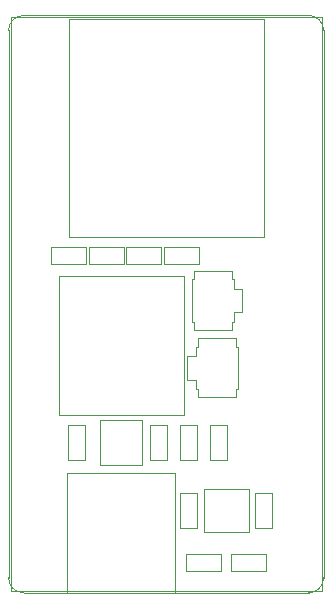
<source format=gbr>
%TF.GenerationSoftware,KiCad,Pcbnew,5.1.5+dfsg1-2~bpo10+1*%
%TF.CreationDate,Date%
%TF.ProjectId,CO2,434f322e-6b69-4636-9164-5f7063625858,rev?*%
%TF.SameCoordinates,Original*%
%TF.FileFunction,Other,User*%
%FSLAX45Y45*%
G04 Gerber Fmt 4.5, Leading zero omitted, Abs format (unit mm)*
G04 Created by KiCad*
%MOMM*%
%LPD*%
G04 APERTURE LIST*
%ADD10C,0.120000*%
%ADD11C,0.050000*%
G04 APERTURE END LIST*
D10*
X-63500Y-4254500D02*
G75*
G02X-190500Y-4127500I0J127000D01*
G01*
X2476500Y-4127500D02*
G75*
G02X2349500Y-4254500I-127000J0D01*
G01*
X-190500Y507511D02*
G75*
G02X-63500Y634511I127000J0D01*
G01*
X2349500Y634511D02*
G75*
G02X2476500Y507511I0J-127000D01*
G01*
X2476500Y-4127500D02*
X2476500Y508000D01*
X-63500Y-4254500D02*
X2349500Y-4254500D01*
X-190500Y508000D02*
X-190500Y-4127500D01*
X2349500Y634511D02*
X-63500Y634511D01*
D11*
X308000Y-2836500D02*
X308000Y-3132500D01*
X454000Y-2836500D02*
X308000Y-2836500D01*
X454000Y-3132500D02*
X454000Y-2836500D01*
X308000Y-3132500D02*
X454000Y-3132500D01*
X487000Y-1470000D02*
X783000Y-1470000D01*
X487000Y-1324000D02*
X487000Y-1470000D01*
X783000Y-1324000D02*
X487000Y-1324000D01*
X783000Y-1470000D02*
X783000Y-1324000D01*
X1895500Y-3408000D02*
X1895500Y-3704000D01*
X2041500Y-3408000D02*
X1895500Y-3408000D01*
X2041500Y-3704000D02*
X2041500Y-3408000D01*
X1895500Y-3704000D02*
X2041500Y-3704000D01*
X1660500Y-3132500D02*
X1660500Y-2836500D01*
X1514500Y-3132500D02*
X1660500Y-3132500D01*
X1514500Y-2836500D02*
X1514500Y-3132500D01*
X1660500Y-2836500D02*
X1514500Y-2836500D01*
X1260500Y-2836500D02*
X1260500Y-3132500D01*
X1406500Y-2836500D02*
X1260500Y-2836500D01*
X1406500Y-3132500D02*
X1406500Y-2836500D01*
X1260500Y-3132500D02*
X1406500Y-3132500D01*
X1312500Y-4073500D02*
X1608500Y-4073500D01*
X1312500Y-3927500D02*
X1312500Y-4073500D01*
X1608500Y-3927500D02*
X1312500Y-3927500D01*
X1608500Y-4073500D02*
X1608500Y-3927500D01*
X465500Y-1324000D02*
X169500Y-1324000D01*
X465500Y-1470000D02*
X465500Y-1324000D01*
X169500Y-1470000D02*
X465500Y-1470000D01*
X169500Y-1324000D02*
X169500Y-1470000D01*
X1989500Y-3927500D02*
X1693500Y-3927500D01*
X1989500Y-4073500D02*
X1989500Y-3927500D01*
X1693500Y-4073500D02*
X1989500Y-4073500D01*
X1693500Y-3927500D02*
X1693500Y-4073500D01*
X1122000Y-1470000D02*
X1418000Y-1470000D01*
X1122000Y-1324000D02*
X1122000Y-1470000D01*
X1418000Y-1324000D02*
X1122000Y-1324000D01*
X1418000Y-1470000D02*
X1418000Y-1324000D01*
X1100500Y-1324000D02*
X804500Y-1324000D01*
X1100500Y-1470000D02*
X1100500Y-1324000D01*
X804500Y-1470000D02*
X1100500Y-1470000D01*
X804500Y-1324000D02*
X804500Y-1470000D01*
X1152500Y-3132500D02*
X1152500Y-2836500D01*
X1006500Y-3132500D02*
X1152500Y-3132500D01*
X1006500Y-2836500D02*
X1006500Y-3132500D01*
X1152500Y-2836500D02*
X1006500Y-2836500D01*
X1260500Y-3408000D02*
X1260500Y-3704000D01*
X1406500Y-3408000D02*
X1260500Y-3408000D01*
X1406500Y-3704000D02*
X1406500Y-3408000D01*
X1260500Y-3704000D02*
X1406500Y-3704000D01*
X232000Y-1569000D02*
X232000Y-2749000D01*
X232000Y-2749000D02*
X1292000Y-2749000D01*
X1292000Y-1569000D02*
X1292000Y-2749000D01*
X232000Y-1569000D02*
X1292000Y-1569000D01*
X1392000Y-2449500D02*
X1322000Y-2449500D01*
X1392000Y-2169500D02*
X1392000Y-2249500D01*
X1392000Y-2529500D02*
X1412000Y-2529500D01*
X1412000Y-2529500D02*
X1412000Y-2599500D01*
X1732000Y-2599500D02*
X1412000Y-2599500D01*
X1392000Y-2449500D02*
X1392000Y-2529500D01*
X1732000Y-2529500D02*
X1732000Y-2599500D01*
X1732000Y-2529500D02*
X1752000Y-2529500D01*
X1732000Y-2099500D02*
X1412000Y-2099500D01*
X1412000Y-2099500D02*
X1412000Y-2169500D01*
X1392000Y-2169500D02*
X1412000Y-2169500D01*
X1752000Y-2169500D02*
X1752000Y-2529500D01*
X1732000Y-2099500D02*
X1732000Y-2169500D01*
X1732000Y-2169500D02*
X1752000Y-2169500D01*
X1392000Y-2249500D02*
X1322000Y-2249500D01*
X1322000Y-2249500D02*
X1322000Y-2449500D01*
X302000Y-3236500D02*
X1222000Y-3236500D01*
X302000Y-4256500D02*
X302000Y-3236500D01*
X1222000Y-4256500D02*
X302000Y-4256500D01*
X1222000Y-3236500D02*
X1222000Y-4256500D01*
X582000Y-3174500D02*
X942000Y-3174500D01*
X582000Y-2794500D02*
X582000Y-3174500D01*
X942000Y-2794500D02*
X582000Y-2794500D01*
X942000Y-3174500D02*
X942000Y-2794500D01*
X1461000Y-3376000D02*
X1461000Y-3736000D01*
X1841000Y-3376000D02*
X1461000Y-3376000D01*
X1841000Y-3736000D02*
X1841000Y-3376000D01*
X1461000Y-3736000D02*
X1841000Y-3736000D01*
X1719500Y-1678000D02*
X1789500Y-1678000D01*
X1719500Y-1958000D02*
X1719500Y-1878000D01*
X1719500Y-1598000D02*
X1699500Y-1598000D01*
X1699500Y-1598000D02*
X1699500Y-1528000D01*
X1379500Y-1528000D02*
X1699500Y-1528000D01*
X1719500Y-1678000D02*
X1719500Y-1598000D01*
X1379500Y-1598000D02*
X1379500Y-1528000D01*
X1379500Y-1598000D02*
X1359500Y-1598000D01*
X1379500Y-2028000D02*
X1699500Y-2028000D01*
X1699500Y-2028000D02*
X1699500Y-1958000D01*
X1719500Y-1958000D02*
X1699500Y-1958000D01*
X1359500Y-1958000D02*
X1359500Y-1598000D01*
X1379500Y-2028000D02*
X1379500Y-1958000D01*
X1379500Y-1958000D02*
X1359500Y-1958000D01*
X1719500Y-1878000D02*
X1789500Y-1878000D01*
X1789500Y-1878000D02*
X1789500Y-1678000D01*
X1968000Y607500D02*
X318000Y607500D01*
X1968000Y607500D02*
X1968000Y-1242500D01*
X318000Y-1242500D02*
X1968000Y-1242500D01*
X318000Y607500D02*
X318000Y-1242500D01*
X2466000Y620000D02*
X-174000Y620000D01*
X-174000Y620000D02*
X-174000Y-4240000D01*
X-174000Y-4240000D02*
X2466000Y-4240000D01*
X2466000Y-4240000D02*
X2466000Y620000D01*
M02*

</source>
